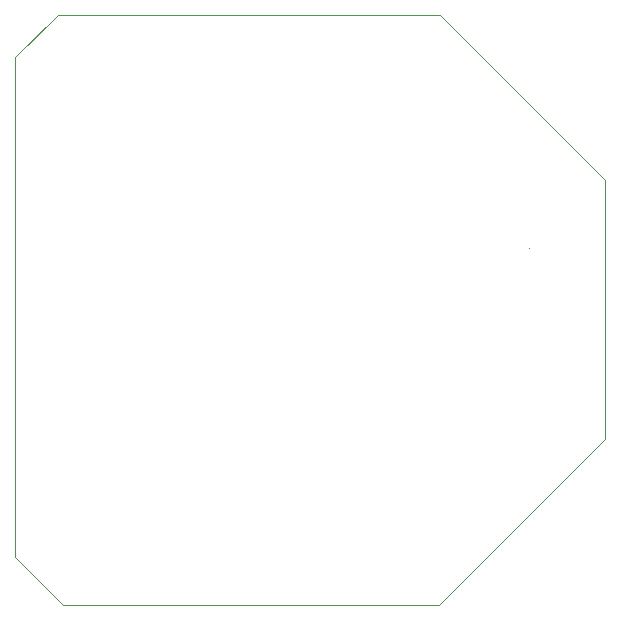
<source format=gm1>
G04 #@! TF.FileFunction,Profile,NP*
%FSLAX46Y46*%
G04 Gerber Fmt 4.6, Leading zero omitted, Abs format (unit mm)*
G04 Created by KiCad (PCBNEW 4.0.2+dfsg1-stable) date Fri 18 May 2018 23:05:46 NZST*
%MOMM*%
G01*
G04 APERTURE LIST*
%ADD10C,0.150000*%
%ADD11C,0.025400*%
G04 APERTURE END LIST*
D10*
D11*
X110030000Y-56450000D02*
X110520000Y-56450000D01*
X106410000Y-60070000D02*
X110030000Y-56450000D01*
X106410000Y-60560000D02*
X106410000Y-60070000D01*
X156410000Y-92390000D02*
X156410000Y-88960000D01*
X149950000Y-98850000D02*
X156410000Y-92390000D01*
X142350000Y-106450000D02*
X149950000Y-98850000D01*
X110520000Y-106450000D02*
X142350000Y-106450000D01*
X106410000Y-102340000D02*
X110520000Y-106450000D01*
X106410000Y-98110000D02*
X106410000Y-102340000D01*
X106410000Y-60560000D02*
X106410000Y-64890000D01*
X156410000Y-70500000D02*
X156410000Y-73970000D01*
X142360000Y-56450000D02*
X156410000Y-70500000D01*
X110520000Y-56450000D02*
X142360000Y-56450000D01*
X106410000Y-98110000D02*
X106410000Y-64890000D01*
X156410660Y-75460860D02*
X156410660Y-73969880D01*
X156410660Y-88960960D02*
X156410660Y-75460860D01*
X149948900Y-76240640D02*
X149948900Y-76250800D01*
M02*

</source>
